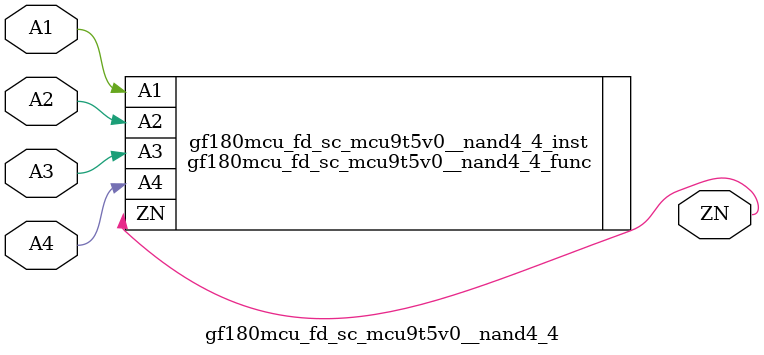
<source format=v>

module gf180mcu_fd_sc_mcu9t5v0__nand4_4( A3, ZN, A4, A2, A1 );
input A1, A2, A3, A4;
output ZN;

   `ifdef FUNCTIONAL  //  functional //

	gf180mcu_fd_sc_mcu9t5v0__nand4_4_func gf180mcu_fd_sc_mcu9t5v0__nand4_4_behav_inst(.A3(A3),.ZN(ZN),.A4(A4),.A2(A2),.A1(A1));

   `else

	gf180mcu_fd_sc_mcu9t5v0__nand4_4_func gf180mcu_fd_sc_mcu9t5v0__nand4_4_inst(.A3(A3),.ZN(ZN),.A4(A4),.A2(A2),.A1(A1));

	// spec_gates_begin


	// spec_gates_end



   specify

	// specify_block_begin

	// comb arc A1 --> ZN
	 (A1 => ZN) = (1.0,1.0);

	// comb arc A2 --> ZN
	 (A2 => ZN) = (1.0,1.0);

	// comb arc A3 --> ZN
	 (A3 => ZN) = (1.0,1.0);

	// comb arc A4 --> ZN
	 (A4 => ZN) = (1.0,1.0);

	// specify_block_end

   endspecify

   `endif

endmodule

</source>
